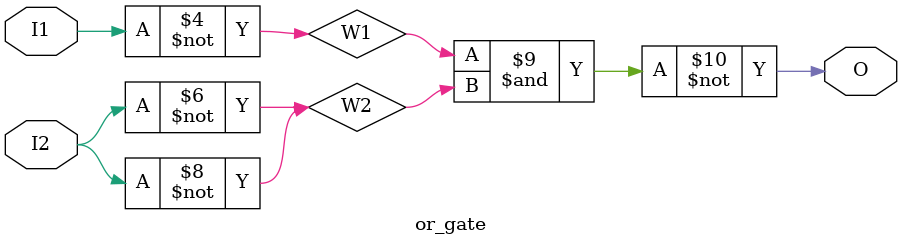
<source format=v>
module adder_16bit_tb;
wire[15:0] c,s;
reg[15:0] a,b;
reg cin;

integer i,j;
adder_16bit A16(s,c,a,b,cin);

initial
	begin
		cin=0;
		$monitor("a=%b,b=%b,cin=%b,s=%b,c=%b",a,b,cin,s,c[15]);
		for(i = 0; i <=255; i = i+1)
			for(j = 0; j <=255; j = j+1)
			begin
			
			#10 a = i;b = j;
			end
	end
endmodule
module adder_16bit(s,c,a,b,cin);
output[15:0] s,c;
input[15:0] a,b;
input cin;
full_adder FA1(s[0],c[0],a[0],b[0],cin);
full_adder FA2(s[1],c[1],a[1],b[1],c[0]);
full_adder FA3(s[2],c[2],a[2],b[2],c[1]);
full_adder FA4(s[3],c[3],a[3],b[3],c[2]);

full_adder FA5(s[4],c[4],a[4],b[4],c[3]);
full_adder FA6(s[5],c[5],a[5],b[5],c[4]);
full_adder FA7(s[6],c[6],a[6],b[6],c[5]);
full_adder FA8(s[7],c[7],a[7],b[7],c[6]);

full_adder FA9(s[8],c[8],a[8],b[8],c[7]);
full_adder FA10(s[9],c[9],a[9],b[9],c[8]);
full_adder FA11(s[10],c[10],a[10],b[10],c[9]);
full_adder FA12(s[11],c[11],a[11],b[11],c[10]);

full_adder FA13(s[12],c[12],a[12],b[12],c[11]);
full_adder FA14(s[13],c[13],a[13],b[13],c[12]);
full_adder FA15(s[14],c[14],a[14],b[14],c[13]);
full_adder FA16(s[15],c[15],a[15],b[15],c[14]);
endmodule
module full_adder(s,c,a,b,cin);
output s,c;
input a,b,cin;
wire s1,c1,c2;
half_adder HA1(s1,c1,a,b);
half_adder HA2(s,c2,s1,cin);
or_gate or1(c1,c2,c);

endmodule
module half_adder(s,c,a,b);
output s,c;
input a,b;
xor_gate xor1(a,b,s);
and_gate and1(a,b,c);

endmodule
module xor_gate(I1,I2,O);
	input I1,I2;
	output O;
        wire W1,W2;
	or_gate or1(
          .I1 (I1),
	  .I2 (I2),
	  .O (W1)
	  );
        nand(W2,I1,I2);
        and_gate and1(
          .I1 (W1),
	  .I2 (W2),
	  .O (O)
	  );
        
endmodule
module and_gate(I1,I2,O);
	input I1,I2;
	output O;
        wire W;
	nand(W,I1,I2);
        nand(O,W,W);
endmodule

module or_gate(I1,I2,O);
	input I1,I2;
	output O;
        wire W1,W2;
	nand(W1,I1,I1);
        nand(W2,I2,I2);
        nand(W2,I2,I2);
	nand(O,W1,W2);
endmodule
</source>
